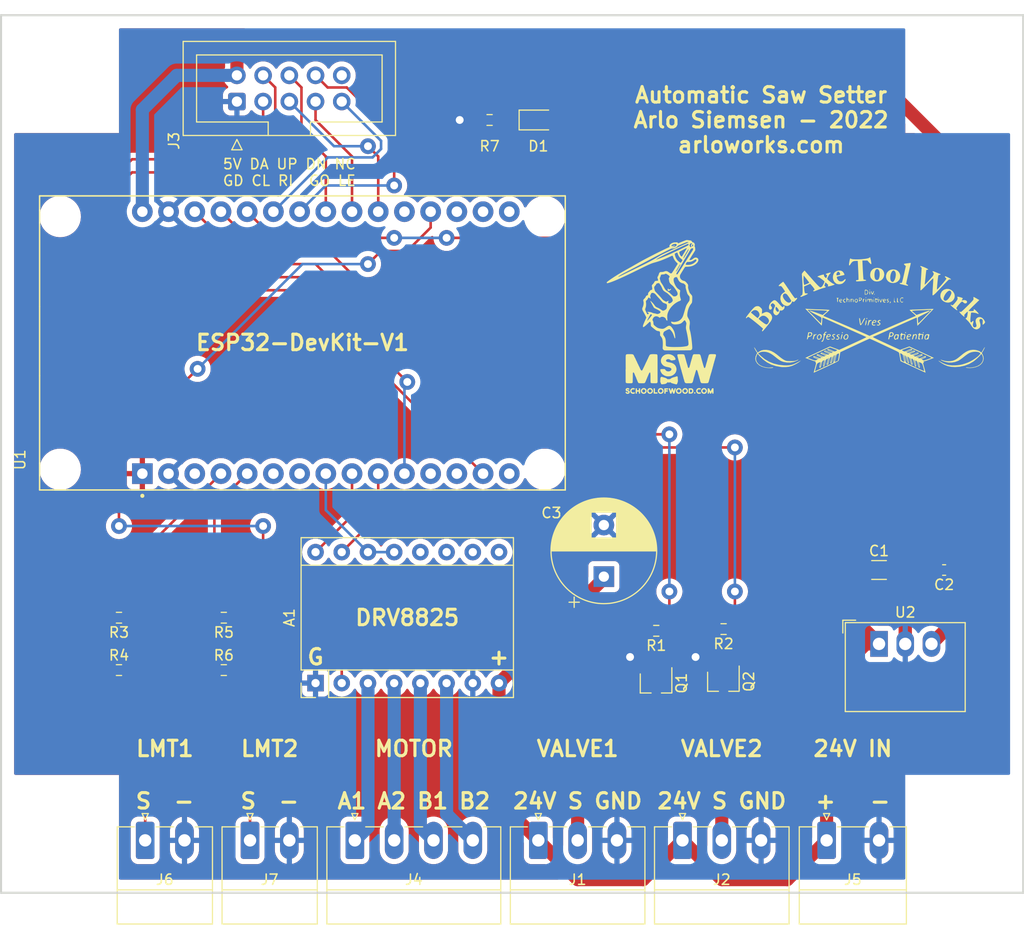
<source format=kicad_pcb>
(kicad_pcb (version 20211014) (generator pcbnew)
  (layers (0 "F.Cu" signal) (31 "B.Cu" signal) (34 "B.Paste" user) (35 "F.Paste" user) (36 "B.SilkS" user "B.Silkscreen") (37 "F.SilkS" user "F.Silkscreen") (38 "B.Mask" user) (39 "F.Mask" user) (44 "Edge.Cuts" user))
  (net 0 "")
  (net 1 "GND")
  (net 2 "Net-(A1-Pad3)")
  (net 3 "Net-(A1-Pad4)")
  (net 4 "Net-(A1-Pad5)")
  (net 5 "Net-(A1-Pad6)")
  (net 6 "+24V")
  (net 11 "+5V")
  (net 12 "+3V3")
  (net 23 "/nFAULT")
  (net 24 "/S_ON")
  (net 25 "/STEP")
  (net 26 "/DIR")
  (net 27 "/VALVE1")
  (net 28 "/VALVE2")
  (net 29 "/LIMIT1")
  (net 30 "/SDA")
  (net 31 "/SCL")
  (net 32 "/LEFT")
  (net 33 "/DOWN")
  (net 34 "/UP")
  (net 35 "/GO")
  (net 36 "/RIGHT")
  (net 37 "Net-(J1-Pad2)")
  (net 38 "Net-(J2-Pad2)")
  (net 40 "Net-(J6-Pad1)")
  (net 41 "Net-(J7-Pad1)")
  (net 42 "/LIMIT2")
  (net 43 "Net-(D1-Pad1)")
  (net 44 "/LED")
  (footprint "Capacitor_THT:CP_Radial_D10.0mm_P5.00mm" (layer "F.Cu") (at 78.74 96.347677 90)
    (fp_text reference "C3" (at 6.177677 -5.08 180) (layer "F.SilkS"))
    (fp_text value "C_Polarized")
    (pad "1" thru_hole rect (at 0 0 90) (size 2 2) (drill 1) (layers *.Cu *.Mask) (net 6 "+24V"))
    (pad "2" thru_hole circle (at 5 0 90) (size 2 2) (drill 1) (layers *.Cu *.Mask) (net 1 "GND"))
  )
  (footprint "MountingHole:MountingHole_4.3mm_M4" (layer "F.Cu") (at 114.3 46.99)
    (fp_text reference "H4" hide)
    (fp_text value "MountingHole")
    (pad "" np_thru_hole circle (at 0 0) (size 4.3 4.3) (drill 4.3) (layers *.Cu *.Mask))
  )
  (footprint "MountingHole:MountingHole_4.3mm_M4" (layer "F.Cu") (at 25.4 46.99)
    (fp_text reference "H1" hide)
    (fp_text value "MountingHole")
    (pad "" np_thru_hole circle (at 0 0) (size 4.3 4.3) (drill 4.3) (layers *.Cu *.Mask))
  )
  (footprint "Resistor_SMD:R_0603_1608Metric_Pad0.98x0.95mm_HandSolder" (layer "F.Cu") (at 41.91 105.41)
    (fp_text reference "R6" (at 0 -1.43) (layer "F.SilkS"))
    (fp_text value "10k")
    (pad "1" smd roundrect (at -0.9125 0) (size 0.975 0.95) (layers "F.Cu" "F.Paste" "F.Mask") (net 12 "+3V3"))
    (pad "2" smd roundrect (at 0.9125 0) (size 0.975 0.95) (layers "F.Cu" "F.Paste" "F.Mask") (net 41 "Net-(J7-Pad1)"))
  )
  (footprint "LED_SMD:LED_0805_2012Metric_Pad1.15x1.40mm_HandSolder" (layer "F.Cu") (at 72.39 52.07)
    (fp_text reference "D1" (at 0 2.54) (layer "F.SilkS"))
    (fp_text value "LED")
    (pad "1" smd roundrect (at -1.025 0) (size 1.15 1.4) (layers "F.Cu" "F.Paste" "F.Mask") (roundrect_rratio 0.2173913043) (net 43 "Net-(D1-Pad1)"))
    (pad "2" smd roundrect (at 1.025 0) (size 1.15 1.4) (layers "F.Cu" "F.Paste" "F.Mask") (roundrect_rratio 0.2173913043) (net 44 "/LED"))
  )
  (footprint "LOGO" (layer "F.Cu") (at 85.09 71.12)
    (fp_text reference "G***" hide)
    (fp_text value "LOGO" hide)
  )
  (footprint "MountingHole:MountingHole_4.3mm_M4" (layer "F.Cu") (at 25.4 121.92)
    (fp_text reference "H3" hide)
    (fp_text value "MountingHole")
    (pad "" np_thru_hole circle (at 0 0) (size 4.3 4.3) (drill 4.3) (layers *.Cu *.Mask))
  )
  (footprint "Connector_Phoenix_MC:PhoenixContact_MC_1,5_3-G-3.81_1x03_P3.81mm_Horizontal" (layer "F.Cu") (at 72.39 121.92)
    (fp_text reference "J1" (at 3.81 3.81) (layer "F.SilkS"))
    (fp_text value "Conn_01x03")
    (pad "1" thru_hole roundrect (at 0 0) (size 1.8 3.6) (drill 1.2) (layers *.Cu *.Mask) (roundrect_rratio 0.1388888889) (net 6 "+24V"))
    (pad "2" thru_hole oval (at 3.81 0) (size 1.8 3.6) (drill 1.2) (layers *.Cu *.Mask) (net 37 "Net-(J1-Pad2)"))
    (pad "3" thru_hole oval (at 7.62 0) (size 1.8 3.6) (drill 1.2) (layers *.Cu *.Mask) (net 1 "GND"))
  )
  (footprint "Package_TO_SOT_SMD:TSOT-23_HandSoldering" (layer "F.Cu") (at 83.82 106.68 -90)
    (fp_text reference "Q1" (at 0 -2.45 90) (layer "F.SilkS"))
    (fp_text value "Q_NMOS_GSD")
    (pad "1" smd rect (at -1.71 -0.95 270) (size 2 0.65) (layers "F.Cu" "F.Paste" "F.Mask") (net 27 "/VALVE1"))
    (pad "2" smd rect (at -1.71 0.95 270) (size 2 0.65) (layers "F.Cu" "F.Paste" "F.Mask") (net 1 "GND"))
    (pad "3" smd rect (at 1.71 0 270) (size 2 0.65) (layers "F.Cu" "F.Paste" "F.Mask") (net 37 "Net-(J1-Pad2)"))
  )
  (footprint "MountingHole:MountingHole_4.3mm_M4" (layer "F.Cu") (at 114.3 121.92)
    (fp_text reference "H2" hide)
    (fp_text value "MountingHole")
    (pad "" np_thru_hole circle (at 0 0) (size 4.3 4.3) (drill 4.3) (layers *.Cu *.Mask))
  )
  (footprint "Package_TO_SOT_SMD:TSOT-23_HandSoldering" (layer "F.Cu") (at 90.345 106.515 -90)
    (fp_text reference "Q2" (at 0 -2.45 90) (layer "F.SilkS"))
    (fp_text value "Q_NMOS_GSD")
    (pad "1" smd rect (at -1.71 -0.95 270) (size 2 0.65) (layers "F.Cu" "F.Paste" "F.Mask") (net 28 "/VALVE2"))
    (pad "2" smd rect (at -1.71 0.95 270) (size 2 0.65) (layers "F.Cu" "F.Paste" "F.Mask") (net 1 "GND"))
    (pad "3" smd rect (at 1.71 0 270) (size 2 0.65) (layers "F.Cu" "F.Paste" "F.Mask") (net 38 "Net-(J2-Pad2)"))
  )
  (footprint "Resistor_SMD:R_0603_1608Metric_Pad0.98x0.95mm_HandSolder" (layer "F.Cu") (at 31.75 105.41)
    (fp_text reference "R4" (at 0 -1.43) (layer "F.SilkS"))
    (fp_text value "10k")
    (pad "1" smd roundrect (at -0.9125 0) (size 0.975 0.95) (layers "F.Cu" "F.Paste" "F.Mask") (net 12 "+3V3"))
    (pad "2" smd roundrect (at 0.9125 0) (size 0.975 0.95) (layers "F.Cu" "F.Paste" "F.Mask") (net 40 "Net-(J6-Pad1)"))
  )
  (footprint "Connector_IDC:IDC-Header_2x05_P2.54mm_Vertical" (layer "F.Cu") (at 43.18 50.2825 90)
    (fp_text reference "J3" (at -3.81 -6.1 90) (layer "F.SilkS"))
    (fp_text value "Conn_02x05_Odd_Even")
    (pad "1" thru_hole roundrect (at 0 0 90) (size 1.7 1.7) (drill 1) (layers *.Cu *.Mask) (roundrect_rratio 0.1470588235) (net 1 "GND"))
    (pad "2" thru_hole circle (at 2.54 0 90) (size 1.7 1.7) (drill 1) (layers *.Cu *.Mask) (net 11 "+5V"))
    (pad "3" thru_hole circle (at 0 2.54 90) (size 1.7 1.7) (drill 1) (layers *.Cu *.Mask) (net 31 "/SCL"))
    (pad "4" thru_hole circle (at 2.54 2.54 90) (size 1.7 1.7) (drill 1) (layers *.Cu *.Mask) (net 30 "/SDA"))
    (pad "5" thru_hole circle (at 0 5.08 90) (size 1.7 1.7) (drill 1) (layers *.Cu *.Mask) (net 36 "/RIGHT"))
    (pad "6" thru_hole circle (at 2.54 5.08 90) (size 1.7 1.7) (drill 1) (layers *.Cu *.Mask) (net 34 "/UP"))
    (pad "7" thru_hole circle (at 0 7.62 90) (size 1.7 1.7) (drill 1) (layers *.Cu *.Mask) (net 35 "/GO"))
    (pad "8" thru_hole circle (at 2.54 7.62 90) (size 1.7 1.7) (drill 1) (layers *.Cu *.Mask) (net 33 "/DOWN"))
    (pad "9" thru_hole circle (at 0 10.16 90) (size 1.7 1.7) (drill 1) (layers *.Cu *.Mask) (net 32 "/LEFT"))
    (pad "10" thru_hole circle (at 2.54 10.16 90) (size 1.7 1.7) (drill 1) (layers *.Cu *.Mask))
  )
  (footprint "Resistor_SMD:R_0603_1608Metric_Pad0.98x0.95mm_HandSolder" (layer "F.Cu") (at 90.345 101.435 180)
    (fp_text reference "R2" (at 0 -1.43) (layer "F.SilkS"))
    (fp_text value "10k")
    (pad "1" smd roundrect (at -0.9125 0 180) (size 0.975 0.95) (layers "F.Cu" "F.Paste" "F.Mask") (net 28 "/VALVE2"))
    (pad "2" smd roundrect (at 0.9125 0 180) (size 0.975 0.95) (layers "F.Cu" "F.Paste" "F.Mask") (net 1 "GND"))
  )
  (footprint "Resistor_SMD:R_0603_1608Metric_Pad0.98x0.95mm_HandSolder" (layer "F.Cu") (at 83.82 101.6 180)
    (fp_text reference "R1" (at 0 -1.43) (layer "F.SilkS"))
    (fp_text value "10k")
    (pad "1" smd roundrect (at -0.9125 0 180) (size 0.975 0.95) (layers "F.Cu" "F.Paste" "F.Mask") (net 27 "/VALVE1"))
    (pad "2" smd roundrect (at 0.9125 0 180) (size 0.975 0.95) (layers "F.Cu" "F.Paste" "F.Mask") (net 1 "GND"))
  )
  (footprint "Connector_Phoenix_MC_HighVoltage:PhoenixContact_MC_1,5_2-G-5.08_1x02_P5.08mm_Horizontal" (layer "F.Cu") (at 100.33 121.92)
    (fp_text reference "J5" (at 2.54 3.81) (layer "F.SilkS"))
    (fp_text value "Conn_01x02")
    (pad "1" thru_hole roundrect (at 0 0) (size 1.8 3.6) (drill 1.2) (layers *.Cu *.Mask) (roundrect_rratio 0.1388888889) (net 6 "+24V"))
    (pad "2" thru_hole oval (at 5.08 0) (size 1.8 3.6) (drill 1.2) (layers *.Cu *.Mask) (net 1 "GND"))
  )
  (footprint "Module:Pololu_Breakout-16_15.2x20.3mm" (layer "F.Cu") (at 50.8 106.67 90)
    (fp_text reference "A1" (at 6.35 -2.54 90) (layer "F.SilkS"))
    (fp_text value "Pololu_Breakout_DRV8825")
    (pad "1" thru_hole rect (at 0 0 90) (size 1.6 1.6) (drill 0.8) (layers *.Cu *.Mask) (net 1 "GND"))
    (pad "2" thru_hole oval (at 0 2.54 90) (size 1.6 1.6) (drill 0.8) (layers *.Cu *.Mask) (net 23 "/nFAULT"))
    (pad "3" thru_hole oval (at 0 5.08 90) (size 1.6 1.6) (drill 0.8) (layers *.Cu *.Mask) (net 2 "Net-(A1-Pad3)"))
    (pad "4" thru_hole oval (at 0 7.62 90) (size 1.6 1.6) (drill 0.8) (layers *.Cu *.Mask) (net 3 "Net-(A1-Pad4)"))
    (pad "5" thru_hole oval (at 0 10.16 90) (size 1.6 1.6) (drill 0.8) (layers *.Cu *.Mask) (net 4 "Net-(A1-Pad5)"))
    (pad "6" thru_hole oval (at 0 12.7 90) (size 1.6 1.6) (drill 0.8) (layers *.Cu *.Mask) (net 5 "Net-(A1-Pad6)"))
    (pad "7" thru_hole oval (at 0 15.24 90) (size 1.6 1.6) (drill 0.8) (layers *.Cu *.Mask) (net 1 "GND"))
    (pad "8" thru_hole oval (at 0 17.78 90) (size 1.6 1.6) (drill 0.8) (layers *.Cu *.Mask) (net 6 "+24V"))
    (pad "9" thru_hole oval (at 12.7 17.78 90) (size 1.6 1.6) (drill 0.8) (layers *.Cu *.Mask))
    (pad "10" thru_hole oval (at 12.7 15.24 90) (size 1.6 1.6) (drill 0.8) (layers *.Cu *.Mask))
    (pad "11" thru_hole oval (at 12.7 12.7 90) (size 1.6 1.6) (drill 0.8) (layers *.Cu *.Mask))
    (pad "12" thru_hole oval (at 12.7 10.16 90) (size 1.6 1.6) (drill 0.8) (layers *.Cu *.Mask))
    (pad "13" thru_hole oval (at 12.7 7.62 90) (size 1.6 1.6) (drill 0.8) (layers *.Cu *.Mask) (net 24 "/S_ON"))
    (pad "14" thru_hole oval (at 12.7 5.08 90) (size 1.6 1.6) (drill 0.8) (layers *.Cu *.Mask) (net 24 "/S_ON"))
    (pad "15" thru_hole oval (at 12.7 2.54 90) (size 1.6 1.6) (drill 0.8) (layers *.Cu *.Mask) (net 25 "/STEP"))
    (pad "16" thru_hole oval (at 12.7 0 90) (size 1.6 1.6) (drill 0.8) (layers *.Cu *.Mask) (net 26 "/DIR"))
  )
  (footprint "Connector_Phoenix_MC:PhoenixContact_MC_1,5_2-G-3.81_1x02_P3.81mm_Horizontal" (layer "F.Cu") (at 34.29 121.92)
    (fp_text reference "J6" (at 1.9 3.81) (layer "F.SilkS"))
    (fp_text value "Conn_01x02")
    (pad "1" thru_hole roundrect (at 0 0) (size 1.8 3.6) (drill 1.2) (layers *.Cu *.Mask) (roundrect_rratio 0.1388888889) (net 40 "Net-(J6-Pad1)"))
    (pad "2" thru_hole oval (at 3.81 0) (size 1.8 3.6) (drill 1.2) (layers *.Cu *.Mask) (net 1 "GND"))
  )
  (footprint "Capacitor_SMD:C_0603_1608Metric_Pad1.08x0.95mm_HandSolder" (layer "F.Cu") (at 111.7175 95.705 180)
    (fp_text reference "C2" (at 0 -1.43) (layer "F.SilkS"))
    (fp_text value "22uF")
    (pad "1" smd roundrect (at -0.8625 0 180) (size 1.075 0.95) (layers "F.Cu" "F.Paste" "F.Mask") (net 11 "+5V"))
    (pad "2" smd roundrect (at 0.8625 0 180) (size 1.075 0.95) (layers "F.Cu" "F.Paste" "F.Mask") (net 1 "GND"))
  )
  (footprint "Resistor_SMD:R_0603_1608Metric_Pad0.98x0.95mm_HandSolder" (layer "F.Cu") (at 41.91 100.33 180)
    (fp_text reference "R5" (at 0 -1.43) (layer "F.SilkS"))
    (fp_text value "1k")
    (pad "1" smd roundrect (at -0.9125 0 180) (size 0.975 0.95) (layers "F.Cu" "F.Paste" "F.Mask") (net 41 "Net-(J7-Pad1)"))
    (pad "2" smd roundrect (at 0.9125 0 180) (size 0.975 0.95) (layers "F.Cu" "F.Paste" "F.Mask") (net 42 "/LIMIT2"))
  )
  (footprint "Resistor_SMD:R_0603_1608Metric_Pad0.98x0.95mm_HandSolder" (layer "F.Cu") (at 67.6675 52.07 180)
    (fp_text reference "R7" (at 0 -2.54) (layer "F.SilkS"))
    (fp_text value "1k")
    (pad "1" smd roundrect (at -0.9125 0 180) (size 0.975 0.95) (layers "F.Cu" "F.Paste" "F.Mask") (net 43 "Net-(D1-Pad1)"))
    (pad "2" smd roundrect (at 0.9125 0 180) (size 0.975 0.95) (layers "F.Cu" "F.Paste" "F.Mask") (net 1 "GND"))
  )
  (footprint "Resistor_SMD:R_0603_1608Metric_Pad0.98x0.95mm_HandSolder" (layer "F.Cu") (at 31.75 100.33 180)
    (fp_text reference "R3" (at 0 -1.43) (layer "F.SilkS"))
    (fp_text value "1k")
    (pad "1" smd roundrect (at -0.9125 0 180) (size 0.975 0.95) (layers "F.Cu" "F.Paste" "F.Mask") (net 40 "Net-(J6-Pad1)"))
    (pad "2" smd roundrect (at 0.9125 0 180) (size 0.975 0.95) (layers "F.Cu" "F.Paste" "F.Mask") (net 29 "/LIMIT1"))
  )
  (footprint "Connector_Phoenix_MC:PhoenixContact_MC_1,5_2-G-3.81_1x02_P3.81mm_Horizontal" (layer "F.Cu") (at 44.45 121.92)
    (fp_text reference "J7" (at 1.9 3.81) (layer "F.SilkS"))
    (fp_text value "Conn_01x02")
    (pad "1" thru_hole roundrect (at 0 0) (size 1.8 3.6) (drill 1.2) (layers *.Cu *.Mask) (roundrect_rratio 0.1388888889) (net 41 "Net-(J7-Pad1)"))
    (pad "2" thru_hole oval (at 3.81 0) (size 1.8 3.6) (drill 1.2) (layers *.Cu *.Mask) (net 1 "GND"))
  )
  (footprint "Espressif:MODULE_ESP32_DEVKIT_V1" (layer "F.Cu") (at 49.53 73.66 90)
    (fp_text reference "U1" (at -11.355 -27.36 90) (layer "F.SilkS"))
    (fp_text value "ESP32-DEVKIT-V1")
    (pad "" np_thru_hole circle locked (at -12.28 -23.475 90) (size 3 3) (drill 3) (layers *.Cu *.Mask))
    (pad "" np_thru_hole circle locked (at 12.23 23.475 90) (size 3 3) (drill 3) (layers *.Cu *.Mask))
    (pad "" np_thru_hole circle locked (at 12.23 -23.475 90) (size 3 3) (drill 3) (layers *.Cu *.Mask))
    (pad "" np_thru_hole circle locked (at -12.28 23.475 90) (size 3 3) (drill 3) (layers *.Cu *.Mask))
    (pad "1" thru_hole rect locked (at -12.7 -15.515 90) (size 2 2) (drill 1.02) (layers *.Cu *.Mask) (net 12 "+3V3"))
    (pad "2" thru_hole circle locked (at -12.7 -12.975 90) (size 2 2) (drill 1.02) (layers *.Cu *.Mask) (net 1 "GND"))
    (pad "3" thru_hole circle locked (at -12.7 -10.435 90) (size 2 2) (drill 1.02) (layers *.Cu *.Mask))
    (pad "4" thru_hole circle locked (at -12.7 -7.895 90) (size 2 2) (drill 1.02) (layers *.Cu *.Mask) (net 29 "/LIMIT1"))
    (pad "5" thru_hole circle locked (at -12.7 -5.355 90) (size 2 2) (drill 1.02) (layers *.Cu *.Mask) (net 42 "/LIMIT2"))
    (pad "6" thru_hole circle locked (at -12.7 -2.815 90) (size 2 2) (drill 1.02) (layers *.Cu *.Mask))
    (pad "7" thru_hole circle locked (at -12.7 -0.275 90) (size 2 2) (drill 1.02) (layers *.Cu *.Mask))
    (pad "8" thru_hole circle locked (at -12.7 2.265 90) (size 2 2) (drill 1.02) (layers *.Cu *.Mask) (net 24 "/S_ON"))
    (pad "9" thru_hole circle locked (at -12.7 4.805 90) (size 2 2) (drill 1.02) (layers *.Cu *.Mask) (net 26 "/DIR"))
    (pad "10" thru_hole circle locked (at -12.7 7.345 90) (size 2 2) (drill 1.02) (layers *.Cu *.Mask) (net 25 "/STEP"))
    (pad "11" thru_hole circle locked (at -12.7 9.885 90) (size 2 2) (drill 1.02) (layers *.Cu *.Mask) (net 30 "/SDA"))
    (pad "12" thru_hole circle locked (at -12.7 12.425 90) (size 2 2) (drill 1.02) (layers *.Cu *.Mask))
    (pad "13" thru_hole circle locked (at -12.7 14.965 90) (size 2 2) (drill 1.02) (layers *.Cu *.Mask))
    (pad "14" thru_hole circle locked (at -12.7 17.505 90) (size 2 2) (drill 1.02) (layers *.Cu *.Mask) (net 31 "/SCL"))
    (pad "15" thru_hole circle locked (at -12.7 20.045 90) (size 2 2) (drill 1.02) (layers *.Cu *.Mask))
    (pad "16" thru_hole circle locked (at 12.7 20.045 90) (size 2 2) (drill 1.02) (layers *.Cu *.Mask))
    (pad "17" thru_hole circle locked (at 12.7 17.505 90) (size 2 2) (drill 1.02) (layers *.Cu *.Mask))
    (pad "18" thru_hole circle locked (at 12.7 14.965 90) (size 2 2) (drill 1.02) (layers *.Cu *.Mask))
    (pad "19" thru_hole circle locked (at 12.7 12.425 90) (size 2 2) (drill 1.02) (layers *.Cu *.Mask) (net 23 "/nFAULT"))
    (pad "20" thru_hole circle locked (at 12.7 9.885 90) (size 2 2) (drill 1.02) (layers *.Cu *.Mask))
    (pad "21" thru_hole circle locked (at 12.7 7.345 90) (size 2 2) (drill 1.02) (layers *.Cu *.Mask) (net 36 "/RIGHT"))
    (pad "22" thru_hole circle locked (at 12.7 4.805 90) (size 2 2) (drill 1.02) (layers *.Cu *.Mask) (net 35 "/GO"))
    (pad "23" thru_hole circle locked (at 12.7 2.265 90) (size 2 2) (drill 1.02) (layers *.Cu *.Mask) (net 34 "/UP"))
    (pad "24" thru_hole circle locked (at 12.7 -0.275 90) (size 2 2) (drill 1.02) (layers *.Cu *.Mask) (net 33 "/DOWN"))
    (pad "25" thru_hole circle locked (at 12.7 -2.815 90) (size 2 2) (drill 1.02) (layers *.Cu *.Mask) (net 32 "/LEFT"))
    (pad "26" thru_hole circle locked (at 12.7 -5.355 90) (size 2 2) (drill 1.02) (layers *.Cu *.Mask) (net 44 "/LED"))
    (pad "27" thru_hole circle locked (at 12.7 -7.895 90) (size 2 2) (drill 1.02) (layers *.Cu *.Mask) (net 27 "/VALVE1"))
    (pad "28" thru_hole circle locked (at 12.7 -10.435 90) (size 2 2) (drill 1.02) (layers *.Cu *.Mask) (net 28 "/VALVE2"))
    (pad "29" thru_hole circle locked (at 12.7 -12.975 90) (size 2 2) (drill 1.02) (layers *.Cu *.Mask) (net 1 "GND"))
    (pad "30" thru_hole circle locked (at 12.7 -15.515 90) (size 2 2) (drill 1.02) (layers *.Cu *.Mask) (net 11 "+5V"))
  )
  (footprint "LOGO" (layer "F.Cu") (at 104.14 71.12)
    (fp_text reference "G***" hide)
    (fp_text value "LOGO" hide)
  )
  (footprint "Connector_Phoenix_MC:PhoenixContact_MC_1,5_4-G-3.81_1x04_P3.81mm_Horizontal" (layer "F.Cu") (at 54.61 121.92)
    (fp_text reference "J4" (at 5.72 3.81) (layer "F.SilkS"))
    (fp_text value "Conn_01x04")
    (pad "1" thru_hole roundrect (at 0 0) (size 1.8 3.6) (drill 1.2) (layers *.Cu *.Mask) (roundrect_rratio 0.1388888889) (net 2 "Net-(A1-Pad3)"))
    (pad "2" thru_hole oval (at 3.81 0) (size 1.8 3.6) (drill 1.2) (layers *.Cu *.Mask) (net 3 "Net-(A1-Pad4)"))
    (pad "3" thru_hole oval (at 7.62 0) (size 1.8 3.6) (drill 1.2) (layers *.Cu *.Mask) (net 4 "Net-(A1-Pad5)"))
    (pad "4" thru_hole oval (at 11.43 0) (size 1.8 3.6) (drill 1.2) (layers *.Cu *.Mask) (net 5 "Net-(A1-Pad6)"))
  )
  (footprint "Capacitor_SMD:C_1206_3216Metric_Pad1.33x1.80mm_HandSolder" (layer "F.Cu") (at 105.41 95.705)
    (fp_text reference "C1" (at 0 -1.85) (layer "F.SilkS"))
    (fp_text value "10uF")
    (pad "1" smd roundrect (at -1.5625 0) (size 1.325 1.8) (layers "F.Cu" "F.Paste" "F.Mask") (roundrect_rratio 0.1886792453) (net 6 "+24V"))
    (pad "2" smd roundrect (at 1.5625 0) (size 1.325 1.8) (layers "F.Cu" "F.Paste" "F.Mask") (roundrect_rratio 0.1886792453) (net 1 "GND"))
  )
  (footprint "Converter_DCDC:Converter_DCDC_RECOM_R-78B-2.0_THT" (layer "F.Cu") (at 105.41 102.87)
    (fp_text reference "U2" (at 2.54 -3.06) (layer "F.SilkS"))
    (fp_text value "R-78B5.0-2.0")
    (pad "1" thru_hole rect (at 0 0) (size 1.7 2.5) (drill 1.2) (layers *.Cu *.Mask) (net 6 "+24V"))
    (pad "2" thru_hole oval (at 2.54 0) (size 1.7 2.5) (drill 1.2) (layers *.Cu *.Mask) (net 1 "GND"))
    (pad "3" thru_hole oval (at 5.08 0) (size 1.7 2.5) (drill 1.2) (layers *.Cu *.Mask) (net 11 "+5V"))
  )
  (footprint "Connector_Phoenix_MC:PhoenixContact_MC_1,5_3-G-3.81_1x03_P3.81mm_Horizontal" (layer "F.Cu") (at 86.36 121.92)
    (fp_text reference "J2" (at 3.81 3.81) (layer "F.SilkS"))
    (fp_text value "Conn_01x03")
    (pad "1" thru_hole roundrect (at 0 0) (size 1.8 3.6) (drill 1.2) (layers *.Cu *.Mask) (roundrect_rratio 0.1388888889) (net 6 "+24V"))
    (pad "2" thru_hole oval (at 3.81 0) (size 1.8 3.6) (drill 1.2) (layers *.Cu *.Mask) (net 38 "Net-(J2-Pad2)"))
    (pad "3" thru_hole oval (at 7.62 0) (size 1.8 3.6) (drill 1.2) (layers *.Cu *.Mask) (net 1 "GND"))
  )
  (gr_line (start 20.32 41.91) (end 20.32 127) (layer "Edge.Cuts") (width 0.2))
  (gr_line (start 20.32 127) (end 119.38 127) (layer "Edge.Cuts") (width 0.2))
  (gr_line (start 119.38 41.91) (end 20.32 41.91) (layer "Edge.Cuts") (width 0.2))
  (gr_line (start 119.38 127) (end 119.38 41.91) (layer "Edge.Cuts") (width 0.2))
  (gr_text "Automatic Saw Setter\nArlo Siemsen - 2022\narloworks.com" (at 93.98 52.07) (layer "F.SilkS") (effects (font (size 1.5 1.5) (thickness 0.3))))
  (gr_text "24V S GND" (at 90.17 118.11) (layer "F.SilkS") (effects (font (size 1.5 1.5) (thickness 0.3))))
  (gr_text "+" (at 68.58 104.14) (layer "F.SilkS") (effects (font (size 1.5 1.5) (thickness 0.3))))
  (gr_text "G" (at 50.8 104.14) (layer "F.SilkS") (effects (font (size 1.5 1.5) (thickness 0.3))))
  (gr_text "S  -" (at 36.195 118.11) (layer "F.SilkS") (effects (font (size 1.5 1.5) (thickness 0.3))))
  (gr_text "A1 A2 B1 B2" (at 60.325 118.11) (layer "F.SilkS") (effects (font (size 1.5 1.5) (thickness 0.3))))
  (gr_text "DRV8825" (at 59.69 100.33) (layer "F.SilkS") (effects (font (size 1.5 1.5) (thickness 0.3))))
  (gr_text "24V IN" (at 102.87 113.03) (layer "F.SilkS") (effects (font (size 1.5 1.5) (thickness 0.3))))
  (gr_text "VALVE1" (at 76.2 113.03) (layer "F.SilkS") (effects (font (size 1.5 1.5) (thickness 0.3))))
  (gr_text "VALVE2" (at 90.17 113.03) (layer "F.SilkS") (effects (font (size 1.5 1.5) (thickness 0.3))))
  (gr_text "LMT2" (at 46.355 113.03) (layer "F.SilkS") (effects (font (size 1.5 1.5) (thickness 0.3))))
  (gr_text "5V DA UP DN NC\nGD CL RI  GO LE" (at 48.26 57.15) (layer "F.SilkS") (effects (font (size 1 1))))
  (gr_text "S  -" (at 46.355 118.11) (layer "F.SilkS") (effects (font (size 1.5 1.5) (thickness 0.3))))
  (gr_text "LMT1" (at 36.195 113.03) (layer "F.SilkS") (effects (font (size 1.5 1.5) (thickness 0.3))))
  (gr_text "24V S GND" (at 76.2 118.11) (layer "F.SilkS") (effects (font (size 1.5 1.5) (thickness 0.3))))
  (gr_text "ESP32-DevKit-V1" (at 49.53 73.66) (layer "F.SilkS") (effects (font (size 1.5 1.5) (thickness 0.3))))
  (gr_text "MOTOR" (at 60.325 113.03) (layer "F.SilkS") (effects (font (size 1.5 1.5) (thickness 0.3))))
  (gr_text "+   -" (at 102.87 118.11) (layer "F.SilkS") (effects (font (size 1.5 1.5) (thickness 0.3))))
  (segment (start 89.4325 101.435) (end 89.4325 102.3375) (width 0.25) (layer "F.Cu") (net 1))
  (segment (start 107.95 96.6825) (end 106.9725 95.705) (width 1.27) (layer "F.Cu") (net 1))
  (segment (start 82.9075 102.5125) (end 81.28 104.14) (width 0.25) (layer "F.Cu") (net 1))
  (segment (start 107.95 102.87) (end 107.95 98.61) (width 1.27) (layer "F.Cu") (net 1))
  (segment (start 66.755 52.07) (end 64.77 52.07) (width 0.25) (layer "F.Cu") (net 1))
  (segment (start 89.4325 102.3375) (end 87.63 104.14) (width 0.25) (layer "F.Cu") (net 1))
  (segment (start 82.9075 101.6) (end 82.9075 102.5125) (width 0.25) (layer "F.Cu") (net 1))
  (segment (start 107.95 98.61) (end 110.855 95.705) (width 1.27) (layer "F.Cu") (net 1))
  (segment (start 82.11 104.97) (end 81.28 104.14) (width 1.27) (layer "F.Cu") (net 1))
  (segment (start 107.95 102.87) (end 107.95 96.6825) (width 1.27) (layer "F.Cu") (net 1))
  (segment (start 89.395 104.805) (end 88.295 104.805) (width 1.27) (layer "F.Cu") (net 1))
  (segment (start 82.87 104.97) (end 82.11 104.97) (width 1.27) (layer "F.Cu") (net 1))
  (segment (start 88.295 104.805) (end 87.63 104.14) (width 1.27) (layer "F.Cu") (net 1))
  (via (at 64.77 52.07) (size 1.524) (drill 0.762) (layers "F.Cu" "B.Cu") (net 1))
  (via (at 87.63 104.14) (size 1.524) (drill 0.762) (layers "F.Cu" "B.Cu") (net 1))
  (via (at 81.28 104.14) (size 1.524) (drill 0.762) (layers "F.Cu" "B.Cu") (net 1))
  (segment (start 55.88 106.67) (end 55.88 120.65) (width 1.27) (layer "B.Cu") (net 2))
  (segment (start 55.88 120.65) (end 54.61 121.92) (width 1.27) (layer "B.Cu") (net 2))
  (segment (start 58.42 106.67) (end 58.42 121.92) (width 1.27) (layer "B.Cu") (net 3))
  (segment (start 60.96 120.65) (end 62.23 121.92) (width 1.27) (layer "B.Cu") (net 4))
  (segment (start 60.96 106.67) (end 60.96 120.65) (width 1.27) (layer "B.Cu") (net 4))
  (segment (start 63.5 119.38) (end 66.04 121.92) (width 1.27) (layer "B.Cu") (net 5))
  (segment (start 63.5 106.67) (end 63.5 119.38) (width 1.27) (layer "B.Cu") (net 5))
  (segment (start 105.41 102.87) (end 102.87 100.33) (width 1.27) (layer "F.Cu") (net 6))
  (segment (start 82.55 125.73) (end 76.2 125.73) (width 1.27) (layer "F.Cu") (net 6))
  (segment (start 68.58 118.11) (end 68.58 106.67) (width 1.27) (layer "F.Cu") (net 6))
  (segment (start 100.33 121.92) (end 96.52 125.73) (width 1.27) (layer "F.Cu") (net 6))
  (segment (start 104.14 102.87) (end 105.41 102.87) (width 1.27) (layer "F.Cu") (net 6))
  (segment (start 78.74 96.51) (end 78.74 96.347677) (width 1.27) (layer "F.Cu") (net 6))
  (segment (start 76.2 125.73) (end 72.39 121.92) (width 1.27) (layer "F.Cu") (net 6))
  (segment (start 102.87 100.33) (end 102.87 96.6825) (width 1.27) (layer "F.Cu") (net 6))
  (segment (start 100.33 121.92) (end 100.33 106.68) (width 1.27) (layer "F.Cu") (net 6))
  (segment (start 90.17 125.73) (end 86.36 121.92) (width 1.27) (layer "F.Cu") (net 6))
  (segment (start 96.52 125.73) (end 90.17 125.73) (width 1.27) (layer "F.Cu") (net 6))
  (segment (start 86.36 121.92) (end 82.55 125.73) (width 1.27) (layer "F.Cu") (net 6))
  (segment (start 100.33 106.68) (end 104.14 102.87) (width 1.27) (layer "F.Cu") (net 6))
  (segment (start 68.58 106.67) (end 78.74 96.51) (width 1.27) (layer "F.Cu") (net 6))
  (segment (start 102.87 96.6825) (end 103.8475 95.705) (width 1.27) (layer "F.Cu") (net 6))
  (segment (start 72.39 121.92) (end 68.58 118.11) (width 1.27) (layer "F.Cu") (net 6))
  (segment (start 116.84 59.69) (end 101.6 44.45) (width 1.27) (layer "F.Cu") (net 11))
  (segment (start 101.6 44.45) (end 44.45 44.45) (width 1.27) (layer "F.Cu") (net 11))
  (segment (start 113.03 96.155) (end 112.58 95.705) (width 1.27) (layer "F.Cu") (net 11))
  (segment (start 112.58 95.705) (end 116.84 91.445) (width 1.27) (layer "F.Cu") (net 11))
  (segment (start 113.03 100.33) (end 113.03 96.155) (width 1.27) (layer "F.Cu") (net 11))
  (segment (start 116.84 91.445) (end 116.84 59.69) (width 1.27) (layer "F.Cu") (net 11))
  (segment (start 44.45 44.45) (end 43.18 45.72) (width 1.27) (layer "F.Cu") (net 11))
  (segment (start 110.49 102.87) (end 113.03 100.33) (width 1.27) (layer "F.Cu") (net 11))
  (segment (start 43.18 45.72) (end 43.18 47.7425) (width 1.27) (layer "F.Cu") (net 11))
  (segment (start 37.3475 47.7425) (end 34.015 51.075) (width 1.27) (layer "B.Cu") (net 11))
  (segment (start 34.015 51.075) (end 34.015 60.96) (width 1.27) (layer "B.Cu") (net 11))
  (segment (start 43.18 47.7425) (end 37.3475 47.7425) (width 1.27) (layer "B.Cu") (net 11))
  (segment (start 31.75 91.44) (end 31.75 90.17) (width 0.25) (layer "F.Cu") (net 23))
  (segment (start 53.34 101.6) (end 53.34 106.67) (width 0.25) (layer "F.Cu") (net 23))
  (segment (start 30.48 88.9) (end 30.48 85.09) (width 0.25) (layer "F.Cu") (net 23))
  (segment (start 55.88 66.04) (end 57.15 64.77) (width 0.25) (layer "F.Cu") (net 23))
  (segment (start 45.72 93.98) (end 53.34 101.6) (width 0.25) (layer "F.Cu") (net 23))
  (segment (start 45.72 91.44) (end 45.72 93.98) (width 0.25) (layer "F.Cu") (net 23))
  (segment (start 59.69 64.77) (end 61.955 62.505) (width 0.25) (layer "F.Cu") (net 23))
  (segment (start 57.15 64.77) (end 59.69 64.77) (width 0.25) (layer "F.Cu") (net 23))
  (segment (start 30.48 85.09) (end 39.37 76.2) (width 0.25) (layer "F.Cu") (net 23))
  (segment (start 31.75 90.17) (end 30.48 88.9) (width 0.25) (layer "F.Cu") (net 23))
  (segment (start 61.955 62.505) (end 61.955 60.96) (width 0.25) (layer "F.Cu") (net 23))
  (via (at 31.75 91.44) (size 1.524) (drill 0.762) (layers "F.Cu" "B.Cu") (net 23))
  (via (at 39.37 76.2) (size 1.524) (drill 0.762) (layers "F.Cu" "B.Cu") (net 23))
  (via (at 45.72 91.44) (size 1.524) (drill 0.762) (layers "F.Cu" "B.Cu") (net 23))
  (via (at 55.88 66.04) (size 1.524) (drill 0.762) (layers "F.Cu" "B.Cu") (net 23))
  (segment (start 45.72 91.44) (end 31.75 91.44) (width 0.25) (layer "B.Cu") (net 23))
  (segment (start 39.37 76.2) (end 49.53 66.04) (width 0.25) (layer "B.Cu") (net 23))
  (segment (start 49.53 66.04) (end 55.88 66.04) (width 0.25) (layer "B.Cu") (net 23))
  (segment (start 51.795 89.895) (end 51.795 86.36) (width 0.25) (layer "B.Cu") (net 24))
  (segment (start 55.88 93.98) (end 51.795 89.895) (width 0.25) (layer "B.Cu") (net 24))
  (segment (start 55.88 93.97) (end 55.88 93.98) (width 0.25) (layer "B.Cu") (net 24))
  (segment (start 55.88 93.97) (end 58.42 93.97) (width 0.25) (layer "B.Cu") (net 24))
  (segment (start 56.875 86.36) (end 56.875 90.435) (width 0.25) (layer "F.Cu") (net 25))
  (segment (start 56.875 90.435) (end 53.34 93.97) (width 0.25) (layer "F.Cu") (net 25))
  (segment (start 54.335 86.36) (end 54.335 90.435) (width 0.25) (layer "F.Cu") (net 26))
  (segment (start 54.335 90.435) (end 50.8 93.97) (width 0.25) (layer "F.Cu") (net 26))
  (segment (start 45.72 64.77) (end 52.07 64.77) (width 0.25) (layer "F.Cu") (net 27))
  (segment (start 85.09 101.2425) (end 84.7325 101.6) (width 0.25) (layer "F.Cu") (net 27))
  (segment (start 45.445 64.77) (end 45.72 64.77) (width 0.25) (layer "F.Cu") (net 27))
  (segment (start 85.09 97.79) (end 85.09 101.2425) (width 0.25) (layer "F.Cu") (net 27))
  (segment (start 41.635 60.96) (end 45.445 64.77) (width 0.25) (layer "F.Cu") (net 27))
  (segment (start 84.77 101.6375) (end 84.77 104.97) (width 0.25) (layer "F.Cu") (net 27))
  (segment (start 84.7325 101.6) (end 84.77 101.6375) (width 0.25) (layer "F.Cu") (net 27))
  (segment (start 52.07 64.77) (end 69.85 82.55) (width 0.25) (layer "F.Cu") (net 27))
  (segment (start 69.85 82.55) (end 85.09 82.55) (width 0.25) (layer "F.Cu") (net 27))
  (via (at 85.09 82.55) (size 1.524) (drill 0.762) (layers "F.Cu" "B.Cu") (net 27))
  (via (at 85.09 97.79) (size 1.524) (drill 0.762) (layers "F.Cu" "B.Cu") (net 27))
  (segment (start 85.09 82.55) (end 85.09 97.79) (width 0.25) (layer "B.Cu") (net 27))
  (segment (start 91.44 97.79) (end 91.44 101.2525) (width 0.25) (layer "F.Cu") (net 28))
  (segment (start 91.44 101.2525) (end 91.2575 101.435) (width 0.25) (layer "F.Cu") (net 28))
  (segment (start 85.09 83.82) (end 91.44 83.82) (width 0.25) (layer "F.Cu") (net 28))
  (segment (start 91.295 101.4725) (end 91.2575 101.435) (width 0.25) (layer "F.Cu") (net 28))
  (segment (start 39.095 60.96) (end 44.175 66.04) (width 0.25) (layer "F.Cu") (net 28))
  (segment (start 44.175 66.04) (end 50.8 66.04) (width 0.25) (layer "F.Cu") (net 28))
  (segment (start 68.58 83.82) (end 85.09 83.82) (width 0.25) (layer "F.Cu") (net 28))
  (segment (start 50.8 66.04) (end 68.58 83.82) (width 0.25) (layer "F.Cu") (net 28))
  (segment (start 91.295 104.805) (end 91.295 101.4725) (width 0.25) (layer "F.Cu") (net 28))
  (via (at 91.44 97.79) (size 1.524) (drill 0.762) (layers "F.Cu" "B.Cu") (net 28))
  (via (at 91.44 83.82) (size 1.524) (drill 0.762) (layers "F.Cu" "B.Cu") (net 28))
  (segment (start 91.44 83.82) (end 91.44 97.79) (width 0.25) (layer "B.Cu") (net 28))
  (segment (start 30.8375 100.33) (end 30.8375 97.1575) (width 0.25) (layer "F.Cu") (net 29))
  (segment (start 30.8375 97.1575) (end 41.635 86.36) (width 0.25) (layer "F.Cu") (net 29))
  (segment (start 46.894511 52.165489) (end 41.91 57.15) (width 0.25) (layer "F.Cu") (net 30))
  (segment (start 31.75 58.42) (end 31.75 62.23) (width 0.25) (layer "F.Cu") (net 30))
  (segment (start 49.53 67.31) (end 59.69 77.47) (width 0.25) (layer "F.Cu") (net 30))
  (segment (start 41.91 57.15) (end 33.02 57.15) (width 0.25) (layer "F.Cu") (net 30))
  (segment (start 31.75 62.23) (end 36.83 67.31) (width 0.25) (layer "F.Cu") (net 30))
  (segment (start 45.72 47.7425) (end 46.894511 48.917011) (width 0.25) (layer "F.Cu") (net 30))
  (segment (start 33.02 57.15) (end 31.75 58.42) (width 0.25) (layer "F.Cu") (net 30))
  (segment (start 46.894511 48.917011) (end 46.894511 52.165489) (width 0.25) (layer "F.Cu") (net 30))
  (segment (start 36.83 67.31) (end 49.53 67.31) (width 0.25) (layer "F.Cu") (net 30))
  (via (at 59.69 77.47) (size 1.524) (drill 0.762) (layers "F.Cu" "B.Cu") (net 30))
  (segment (start 59.415 77.745) (end 59.415 86.36) (width 0.25) (layer "B.Cu") (net 30))
  (segment (start 59.69 77.47) (end 59.415 77.745) (width 0.25) (layer "B.Cu") (net 30))
  (segment (start 45.72 52.07) (end 45.72 50.2825) (width 0.25) (layer "F.Cu") (net 31))
  (segment (start 30.48 62.23) (end 30.48 58.42) (width 0.25) (layer "F.Cu") (net 31))
  (segment (start 67.035 86.36) (end 49.255 68.58) (width 0.25) (layer "F.Cu") (net 31))
  (segment (start 41.91 55.88) (end 45.72 52.07) (width 0.25) (layer "F.Cu") (net 31))
  (segment (start 36.83 68.58) (end 30.48 62.23) (width 0.25) (layer "F.Cu") (net 31))
  (segment (start 49.255 68.58) (end 36.83 68.58) (width 0.25) (layer "F.Cu") (net 31))
  (segment (start 30.48 58.42) (end 33.02 55.88) (width 0.25) (layer "F.Cu") (net 31))
  (segment (start 33.02 55.88) (end 41.91 55.88) (width 0.25) (layer "F.Cu") (net 31))
  (segment (start 57.15 54.0925) (end 53.34 50.2825) (width 0.25) (layer "B.Cu") (net 32))
  (segment (start 56.330049 55.696511) (end 57.15 54.87656) (width 0.25) (layer "B.Cu") (net 32))
  (segment (start 57.15 54.87656) (end 57.15 54.0925) (width 0.25) (layer "B.Cu") (net 32))
  (segment (start 46.715 60.96) (end 51.978489 55.696511) (width 0.25) (layer "B.Cu") (net 32))
  (segment (start 51.978489 55.696511) (end 56.330049 55.696511) (width 0.25) (layer "B.Cu") (net 32))
  (segment (start 58.42 58.42) (end 58.42 53.510512) (width 0.25) (layer "F.Cu") (net 33))
  (segment (start 53.826499 48.917011) (end 51.974511 48.917011) (width 0.25) (layer "F.Cu") (net 33))
  (segment (start 58.42 53.510512) (end 53.826499 48.917011) (width 0.25) (layer "F.Cu") (net 33))
  (segment (start 51.974511 48.917011) (end 50.8 47.7425) (width 0.25) (layer "F.Cu") (net 33))
  (via (at 58.42 58.42) (size 1.524) (drill 0.762) (layers "F.Cu" "B.Cu") (net 33))
  (segment (start 49.255 60.96) (end 51.795 58.42) (width 0.25) (layer "B.Cu") (net 33))
  (segment (start 51.795 58.42) (end 58.42 58.42) (width 0.25) (layer "B.Cu") (net 33))
  (segment (start 51.795 55.605) (end 51.795 60.96) (width 0.25) (layer "F.Cu") (net 34))
  (segment (start 49.434511 48.917011) (end 49.434511 53.244511) (width 0.25) (layer "F.Cu") (net 34))
  (segment (start 49.434511 53.244511) (end 51.795 55.605) (width 0.25) (layer "F.Cu") (net 34))
  (segment (start 48.26 47.7425) (end 49.434511 48.917011) (width 0.25) (layer "F.Cu") (net 34))
  (segment (start 50.8 50.2825) (end 50.8 52.07) (width 0.25) (layer "F.Cu") (net 35))
  (segment (start 54.335 55.605) (end 54.335 60.96) (width 0.25) (layer "F.Cu") (net 35))
  (segment (start 50.8 52.07) (end 54.335 55.605) (width 0.25) (layer "F.Cu") (net 35))
  (segment (start 55.88 54.61) (end 56.875 55.605) (width 0.25) (layer "F.Cu") (net 36))
  (segment (start 56.875 55.605) (end 56.875 60.96) (width 0.25) (layer "F.Cu") (net 36))
  (via (at 55.88 54.61) (size 1.524) (drill 0.762) (layers "F.Cu" "B.Cu") (net 36))
  (segment (start 52.5875 54.61) (end 55.88 54.61) (width 0.25) (layer "B.Cu") (net 36))
  (segment (start 48.26 50.2825) (end 52.5875 54.61) (width 0.25) (layer "B.Cu") (net 36))
  (segment (start 76.2 116.01) (end 83.82 108.39) (width 1.27) (layer "F.Cu") (net 37))
  (segment (start 76.2 121.92) (end 76.2 116.01) (width 1.27) (layer "F.Cu") (net 37))
  (segment (start 90.17 121.92) (end 90.17 108.4) (width 1.27) (layer "F.Cu") (net 38))
  (segment (start 90.17 108.4) (end 90.345 108.225) (width 1.27) (layer "F.Cu") (net 38))
  (segment (start 32.6625 105.41) (end 32.6625 100.33) (width 0.25) (layer "F.Cu") (net 40))
  (segment (start 34.29 121.92) (end 34.29 107.0375) (width 0.25) (layer "F.Cu") (net 40))
  (segment (start 34.29 107.0375) (end 32.6625 105.41) (width 0.25) (layer "F.Cu") (net 40))
  (segment (start 42.8225 105.41) (end 42.8225 100.33) (width 0.25) (layer "F.Cu") (net 41))
  (segment (start 44.45 107.0375) (end 42.8225 105.41) (width 0.25) (layer "F.Cu") (net 41))
  (segment (start 44.45 121.92) (end 44.45 107.0375) (width 0.25) (layer "F.Cu") (net 41))
  (segment (start 40.9975 100.33) (end 40.9975 89.5375) (width 0.25) (layer "F.Cu") (net 42))
  (segment (start 40.9975 89.5375) (end 44.175 86.36) (width 0.25) (layer "F.Cu") (net 42))
  (segment (start 68.58 52.07) (end 71.365 52.07) (width 0.25) (layer "F.Cu") (net 43))
  (segment (start 74.93 63.5) (end 76.2 62.23) (width 0.25) (layer "F.Cu") (net 44))
  (segment (start 76.2 62.23) (end 76.2 54.855) (width 0.25) (layer "F.Cu") (net 44))
  (segment (start 63.5 63.5) (end 74.93 63.5) (width 0.25) (layer "F.Cu") (net 44))
  (segment (start 46.715 63.5) (end 58.42 63.5) (width 0.25) (layer "F.Cu") (net 44))
  (segment (start 76.2 54.855) (end 73.415 52.07) (width 0.25) (layer "F.Cu") (net 44))
  (segment (start 44.175 60.96) (end 46.715 63.5) (width 0.25) (layer "F.Cu") (net 44))
  (via (at 63.5 63.5) (size 1.524) (drill 0.762) (layers "F.Cu" "B.Cu") (net 44))
  (via (at 58.42 63.5) (size 1.524) (drill 0.762) (layers "F.Cu" "B.Cu") (net 44))
  (segment (start 58.42 63.5) (end 63.5 63.5) (width 0.25) (layer "B.Cu") (net 44))
  (zone (net 0) (net_name "") (layers F&B.Cu) (connect_pads (clearance 0)) (min_thickness 0.254)
    (keepout (tracks allowed) (vias allowed) (pads allowed) (copperpour not_allowed) (footprints allowed))
    (fill (thermal_gap 0.508) (thermal_bridge_width 0.508))
    (polygon (pts (xy 119.38 53.34) (xy 107.95 53.34) (xy 107.95 41.91) (xy 119.38 41.91)))
  )
  (zone (net 0) (net_name "") (layers F&B.Cu) (connect_pads (clearance 0)) (min_thickness 0.254)
    (keepout (tracks allowed) (vias allowed) (pads allowed) (copperpour not_allowed) (footprints allowed))
    (fill (thermal_gap 0.508) (thermal_bridge_width 0.508))
    (polygon (pts (xy 31.75 127) (xy 20.32 127) (xy 20.32 115.57) (xy 31.75 115.57)))
  )
  (zone (net 12) (net_name "+3V3") (layer "F.Cu") (connect_pads (clearance 0.508)) (min_thickness 0.254) (fill yes (thermal_gap 0.508) (thermal_bridge_width 0.508))
    (polygon (pts (xy 118.11 125.73) (xy 21.59 125.73) (xy 21.59 43.18) (xy 118.11 43.18)))
  )
  (zone (net 0) (net_name "") (layers F&B.Cu) (connect_pads (clearance 0)) (min_thickness 0.254)
    (keepout (tracks allowed) (vias allowed) (pads allowed) (copperpour not_allowed) (footprints allowed))
    (fill (thermal_gap 0.508) (thermal_bridge_width 0.508))
    (polygon (pts (xy 119.38 127) (xy 107.95 127) (xy 107.95 115.57) (xy 119.38 115.57)))
  )
  (zone (net 0) (net_name "") (layers F&B.Cu) (connect_pads (clearance 0)) (min_thickness 0.254)
    (keepout (tracks allowed) (vias allowed) (pads allowed) (copperpour not_allowed) (footprints allowed))
    (fill (thermal_gap 0.508) (thermal_bridge_width 0.508))
    (polygon (pts (xy 31.75 53.34) (xy 20.32 53.34) (xy 20.32 41.91) (xy 31.75 41.91)))
  )
  (zone (net 1) (net_name "GND") (layer "B.Cu") (connect_pads (clearance 0.508)) (min_thickness 0.254) (fill yes (thermal_gap 0.508) (thermal_bridge_width 0.508))
    (polygon (pts (xy 118.11 125.73) (xy 21.59 125.73) (xy 21.59 43.18) (xy 118.11 43.18)))
  )
)
</source>
